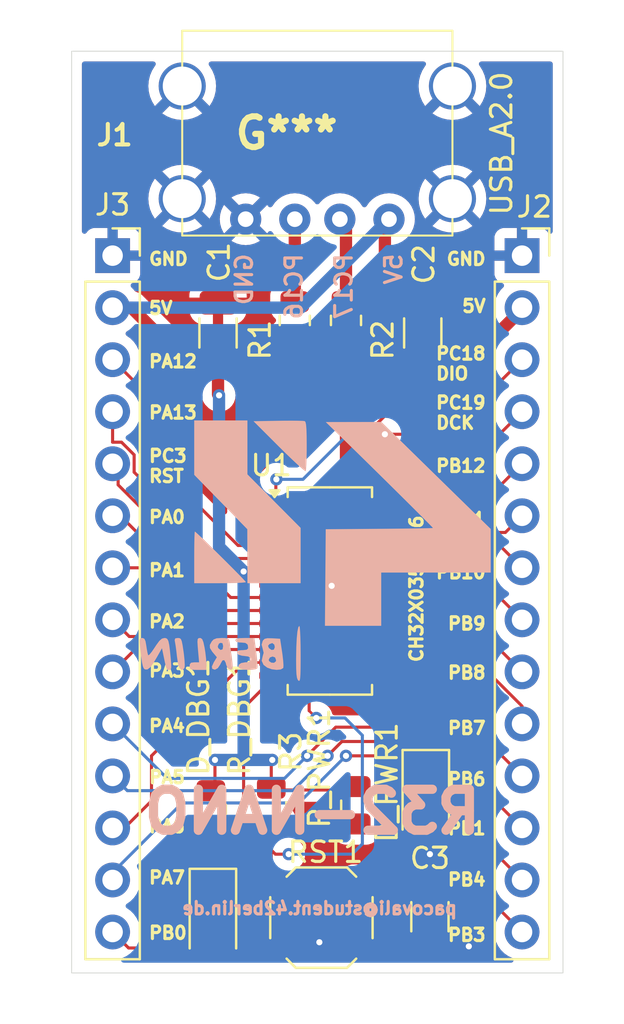
<source format=kicad_pcb>
(kicad_pcb (version 20240108) (generator "pcbnew") (generator_version "8.0")
  (layers (0 "F.Cu" signal "Front") (31 "B.Cu" signal "Back") (34 "B.Paste" user) (35 "F.Paste" user) (36 "B.SilkS" user "B.Silkscreen") (37 "F.SilkS" user "F.Silkscreen") (38 "B.Mask" user) (39 "F.Mask" user) (44 "Edge.Cuts" user))
  (net 0 "")
  (net 1 "+5V")
  (net 2 "GND")
  (net 3 "Net-(J3-Pin_5)")
  (net 4 "Net-(D_DBG1-K)")
  (net 5 "Net-(D_DBG1-A)")
  (net 6 "Net-(D_PWR1-K)")
  (net 7 "Net-(J1-D+)")
  (net 8 "Net-(J1-D-)")
  (net 9 "Net-(J2-Pin_6)")
  (net 10 "Net-(J2-Pin_5)")
  (net 11 "Net-(J2-Pin_9)")
  (net 12 "Net-(J2-Pin_7)")
  (net 13 "Net-(J2-Pin_12)")
  (net 14 "Net-(J2-Pin_14)")
  (net 15 "Net-(J2-Pin_10)")
  (net 16 "Net-(J2-Pin_11)")
  (net 17 "Net-(J2-Pin_3)")
  (net 18 "Net-(J2-Pin_13)")
  (net 19 "Net-(J2-Pin_8)")
  (net 20 "Net-(J2-Pin_4)")
  (net 21 "Net-(J3-Pin_3)")
  (net 22 "Net-(J3-Pin_11)")
  (net 23 "Net-(J3-Pin_6)")
  (net 24 "Net-(J3-Pin_8)")
  (net 25 "Net-(J3-Pin_12)")
  (net 26 "Net-(J3-Pin_7)")
  (net 27 "Net-(J3-Pin_13)")
  (net 28 "Net-(J3-Pin_10)")
  (net 29 "Net-(J3-Pin_9)")
  (net 30 "Net-(J3-Pin_4)")
  (net 31 "Net-(U1-PC17{slash}UDP{slash}RTS1{slash}TX4_{slash}I2C_{slash}RX4_{slash}T1ET{slash}PC10)")
  (net 32 "Net-(U1-PC16{slash}UDM{slash}T1C4{slash}TX4_{slash}I2C_{slash}RX4_{slash}CTS1{slash}PC11)")
  (footprint "Diode_SMD:D_1206_3216Metric" (layer "F.Cu") (at 72.9 97.2 -90)
    (property "Reference" "D_DBG1" (at -9.7 0.7 90) (layer "F.SilkS"))
    (property "Value" "LED")
    (fp_line (start -2.285 1.135) (end 1.6 1.135) (stroke (width 0.12)) (layer "F.SilkS"))
    (fp_line (start -2.285 -1.135) (end -2.285 1.135) (stroke (width 0.12)) (layer "F.SilkS"))
    (fp_line (start 1.6 -1.135) (end -2.285 -1.135) (stroke (width 0.12)) (layer "F.SilkS"))
    (pad "1" smd roundrect (at -1.4 0 270) (size 1.25 1.75) (layers "F.Cu" "F.Paste" "F.Mask") (roundrect_rratio 0.2) (net 4 "Net-(D_DBG1-K)"))
    (pad "2" smd roundrect (at 1.4 0 270) (size 1.25 1.75) (layers "F.Cu" "F.Paste" "F.Mask") (roundrect_rratio 0.2) (net 5 "Net-(D_DBG1-A)"))
  )
  (footprint "Graphics_logos:42_logo_neg" (layer "F.Cu") (at 77.8 78.2)
    (property "Reference" "G***" (at -1.3 -19.2 0) (layer "F.SilkS") (effects (font (size 1.5 1.5) (thickness 0.3))))
    (property "Value" "LOGO" (hide yes))
    (fp_poly (pts (xy -5.813381 -3.846201) (xy -5.813381 -2.51804) (xy -4.517065 -1.191084) (xy -3.220749 0.135872) (xy -3.217357 1.454146) (xy -3.213966 2.772421) (xy -1.914258 2.772421) (xy -0.61455 2.772421) (xy -0.61455 1.421695) (xy -0.61455 0.070969) (xy -1.914258 -1.236036) (xy -3.213966 -2.543041) (xy -3.213966 -3.858702) (xy -3.213966 -5.174362) (xy -4.513673 -5.174362) (xy -5.813381 -5.174362)) (fill solid) (layer "B.SilkS"))
    (fp_poly (pts (xy -6.740291 5.4647) (xy -6.768528 5.550875) (xy -6.751436 5.650345) (xy -6.720244 5.832955) (xy -6.684735 6.099544) (xy -6.658338 6.337334) (xy -6.606763 6.689731) (xy -6.533833 6.90659) (xy -6.434814 6.999976) (xy -6.396108 7.005755) (xy -6.314605 6.946399) (xy -6.283797 6.888994) (xy -6.273857 6.766267) (xy -6.285447 6.537705) (xy -6.315944 6.244033) (xy -6.334032 6.109169) (xy -6.38152 5.794803) (xy -6.422004 5.599543) (xy -6.467343 5.495162) (xy -6.529399 5.453432) (xy -6.612633 5.446105)) (fill solid) (layer "B.SilkS"))
    (fp_poly (pts (xy -5.607115 5.45656) (xy -5.64529 5.507808) (xy -5.655959 5.629679) (xy -5.643682 5.851999) (xy -5.627708 6.040257) (xy -5.575114 6.63441) (xy -5.805651 6.63441) (xy -5.968421 6.65284) (xy -6.02959 6.732213) (xy -6.036188 6.820082) (xy -6.025584 6.926421) (xy -5.969542 6.98179) (xy -5.831711 7.002713) (xy -5.627708 7.005755) (xy -5.219229 7.005755) (xy -5.219229 6.698674) (xy -5.233386 6.454549) (xy -5.269944 6.144607) (xy -5.306335 5.91885) (xy -5.362649 5.65583) (xy -5.419142 5.510323) (xy -5.490593 5.452023) (xy -5.536872 5.446105)) (fill solid) (layer "B.SilkS"))
    (fp_poly (pts (xy -1.445461 -5.161324) (xy -1.713831 -5.15771) (xy -2.918813 -5.137228) (xy -1.670351 -3.890527) (xy -1.318593 -3.543457) (xy -1.000835 -3.237916) (xy -0.732115 -2.987714) (xy -0.52747 -2.806662) (xy -0.401939 -2.708572) (xy -0.369682 -2.696034) (xy -0.351902 -2.784595) (xy -0.336722 -2.99523) (xy -0.325263 -3.301479) (xy -0.31865 -3.676886) (xy -0.317474 -3.926498) (xy -0.320569 -4.399626) (xy -0.33073 -4.741065) (xy -0.349277 -4.967555) (xy -0.377528 -5.095833) (xy -0.413162 -5.141474) (xy -0.516882 -5.15268) (xy -0.741742 -5.159951) (xy -1.060387 -5.162946)) (fill solid) (layer "B.SilkS"))
    (fp_poly (pts (xy -5.793421 0.317524) (xy -5.801826 0.512193) (xy -5.80832 0.807168) (xy -5.812335 1.178333) (xy -5.813381 1.509848) (xy -5.813381 2.772421) (xy -4.550808 2.772421) (xy -4.136481 2.769401) (xy -3.779274 2.761031) (xy -3.503303 2.748348) (xy -3.332682 2.732389) (xy -3.288235 2.718133) (xy -3.338601 2.655441) (xy -3.477687 2.507297) (xy -3.687471 2.291546) (xy -3.94993 2.026032) (xy -4.247044 1.728599) (xy -4.56079 1.41709) (xy -4.873148 1.109352) (xy -5.166095 0.823226) (xy -5.42161 0.576558) (xy -5.621671 0.387191) (xy -5.748257 0.27297) (xy -5.783671 0.247275)) (fill solid) (layer "B.SilkS"))
    (fp_poly (pts (xy -0.729576 4.923884) (xy -0.77219 5.130676) (xy -0.805047 5.458826) (xy -0.826874 5.894832) (xy -0.8364 6.425191) (xy -0.836712 6.532479) (xy -0.833069 6.935911) (xy -0.819678 7.214944) (xy -0.793868 7.393549) (xy -0.752963 7.495695) (xy -0.725954 7.525638) (xy -0.686739 7.543773) (xy -0.65784 7.511899) (xy -0.637732 7.412339) (xy -0.624889 7.227418) (xy -0.617786 6.93946) (xy -0.614897 6.530791) (xy -0.61455 6.235024) (xy -0.617805 5.800241) (xy -0.62686 5.421505) (xy -0.640651 5.121854) (xy -0.658111 4.924329) (xy -0.678177 4.851968) (xy -0.678474 4.851953)) (fill solid) (layer "B.SilkS"))
    (fp_poly (pts (xy -3.606979 5.45399) (xy -3.752561 5.482074) (xy -3.805913 5.537003) (xy -3.808118 5.557509) (xy -3.757565 5.636032) (xy -3.591231 5.667415) (xy -3.519704 5.668912) (xy -3.316004 5.687813) (xy -3.216488 5.75658) (xy -3.193571 5.81315) (xy -3.179789 5.949982) (xy -3.250473 6.018342) (xy -3.433845 6.039723) (xy -3.491731 6.040257) (xy -3.664034 6.056142) (xy -3.72302 6.116322) (xy -3.720086 6.170228) (xy -3.653468 6.263589) (xy -3.479961 6.313086) (xy -3.38043 6.323037) (xy -3.176058 6.351201) (xy -3.083469 6.409067) (xy -3.065428 6.490142) (xy -3.095925 6.58962) (xy -3.213058 6.629861) (xy -3.3277 6.63441) (xy -3.522799 6.669469) (xy -3.638096 6.755172) (xy -3.649536 6.862306) (xy -3.577566 6.937844) (xy -3.437077 6.981126) (xy -3.226437 7.001192) (xy -3.001151 6.998467) (xy -2.816727 6.973375) (xy -2.731148 6.931374) (xy -2.720637 6.829522) (xy -2.730215 6.61715) (xy -2.757614 6.330584) (xy -2.779853 6.151549) (xy -2.874528 5.446105) (xy -3.341323 5.446105)) (fill solid) (layer "B.SilkS"))
    (fp_poly (pts (xy 1.970663 -5.098249) (xy 0.610888 -5.096404) (xy 1.687789 -4.045813) (xy 2.109469 -3.633656) (xy 2.557689 -3.194173) (xy 3.020391 -2.739313) (xy 3.485518 -2.281021) (xy 3.94101 -1.831245) (xy 4.374811 -1.401933) (xy 4.774862 -1.005032) (xy 5.129106 -0.652489) (xy 5.425485 -0.356252) (xy 5.65194 -0.128267) (xy 5.796415 0.019517) (xy 5.846853 0.075121) (xy 5.775376 0.080688) (xy 5.572111 0.086825) (xy 5.253804 0.093267) (xy 4.837202 0.099752) (xy 4.339053 0.106016) (xy 3.776102 0.111794) (xy 3.228871 0.116354) (xy 0.610888 0.135872) (xy 0.591278 2.493912) (xy 0.571667 4.851953) (xy 1.946687 4.851953) (xy 3.321707 4.851953) (xy 3.321707 3.552246) (xy 3.321707 2.252538) (xy 5.995391 2.252538) (xy 8.669075 2.252538) (xy 8.669075 1.187205) (xy 8.669075 0.121872) (xy 7.387935 -1.128833) (xy 6.942385 -1.564031) (xy 6.428432 -2.066423) (xy 5.883715 -2.599192) (xy 5.345877 -3.12552) (xy 4.852555 -3.60859) (xy 4.718617 -3.739816) (xy 3.330439 -5.100093)) (fill solid) (layer "B.SilkS"))
    (fp_poly (pts (xy -4.71925 5.461208) (xy -4.867314 5.518231) (xy -4.955076 5.611169) (xy -5.050927 5.785878) (xy -5.04689 5.935172) (xy -4.936689 6.112299) (xy -4.889185 6.170299) (xy -4.707679 6.386007) (xy -4.856989 6.631527) (xy -4.951331 6.838389) (xy -4.932083 6.951263) (xy -4.803046 6.995653) (xy -4.661757 6.919665) (xy -4.542543 6.743966) (xy -4.527755 6.707833) (xy -4.435646 6.544935) (xy -4.346934 6.528117) (xy -4.275072 6.655264) (xy -4.253159 6.751033) (xy -4.188382 6.904694) (xy -4.084912 6.990964) (xy -3.984902 6.986471) (xy -3.941688 6.923715) (xy -3.933339 6.836608) (xy -3.943768 6.666387) (xy -3.974857 6.3957) (xy -4.028486 6.007197) (xy -4.051019 5.854585) (xy -4.40227 5.854585) (xy -4.427932 5.998624) (xy -4.518789 6.028369) (xy -4.532241 6.026119) (xy -4.639186 5.942019) (xy -4.662211 5.854585) (xy -4.605874 5.723186) (xy -4.532241 5.683051) (xy -4.433732 5.702891) (xy -4.402494 5.834284) (xy -4.40227 5.854585) (xy -4.051019 5.854585) (xy -4.075691 5.68748) (xy -4.106041 5.543351) (xy -4.16876 5.472273) (xy -4.306581 5.44846) (xy -4.475693 5.446105)) (fill solid) (layer "B.SilkS"))
    (fp_poly (pts (xy -2.374254 5.486834) (xy -2.454257 5.565396) (xy -2.47289 5.59766) (xy -2.520572 5.772779) (xy -2.471276 5.965988) (xy -2.422008 6.170423) (xy -2.469171 6.333401) (xy -2.518893 6.557514) (xy -2.42797 6.758239) (xy -2.246893 6.895166) (xy -2.025162 6.973478) (xy -1.788943 7.003228) (xy -1.587127 6.984101) (xy -1.468604 6.915783) (xy -1.46062 6.900223) (xy -1.452992 6.7827) (xy -1.467206 6.558904) (xy -1.470731 6.527933) (xy -1.814996 6.527933) (xy -1.825584 6.586518) (xy -1.915456 6.657749) (xy -2.048573 6.649316) (xy -2.153869 6.576408) (xy -2.1742 6.512013) (xy -2.114941 6.397718) (xy -1.985862 6.351069) (xy -1.86227 6.396749) (xy -1.814996 6.527933) (xy -1.470731 6.527933) (xy -1.5002 6.268997) (xy -1.518653 6.138965) (xy -1.555145 5.896103) (xy -1.877124 5.896103) (xy -1.925543 6.014864) (xy -2.038997 6.02988) (xy -2.166022 5.938708) (xy -2.206695 5.829548) (xy -2.141234 5.746642) (xy -2.001166 5.693723) (xy -1.902667 5.769389) (xy -1.877124 5.896103) (xy -1.555145 5.896103) (xy -1.617182 5.48324) (xy -2.00249 5.460951) (xy -2.238941 5.456459)) (fill solid) (layer "B.SilkS"))
    (fp_poly (pts (xy -8.432772 5.457881) (xy -8.471571 5.515568) (xy -8.476509 5.652707) (xy -8.454909 5.902835) (xy -8.454147 5.910287) (xy -8.407748 6.332854) (xy -8.366238 6.629179) (xy -8.324792 6.821239) (xy -8.278582 6.931012) (xy -8.222783 6.980474) (xy -8.218776 6.9821) (xy -8.101388 6.98431) (xy -7.972595 6.891592) (xy -7.817821 6.689097) (xy -7.638964 6.391328) (xy -7.388112 5.946197) (xy -7.298354 6.38314) (xy -7.2353 6.683895) (xy -7.189431 6.867802) (xy -7.148435 6.963593) (xy -7.1 7) (xy -7.031814 7.005755) (xy -7.031554 7.005755) (xy -6.96906 6.988712) (xy -6.9384 6.917375) (xy -6.935447 6.761425) (xy -6.95607 6.490549) (xy -6.958215 6.467304) (xy -6.99842 6.059381) (xy -7.034891 5.77687) (xy -7.07461 5.597033) (xy -7.124559 5.497132) (xy -7.191721 5.454428) (xy -7.271779 5.446105) (xy -7.392048 5.477967) (xy -7.51871 5.589345) (xy -7.676124 5.803933) (xy -7.737406 5.898958) (xy -7.880516 6.109963) (xy -7.994572 6.24987) (xy -8.057666 6.292298) (xy -8.061238 6.28887) (xy -8.091764 6.184301) (xy -8.129176 5.984906) (xy -8.151333 5.836018) (xy -8.192251 5.603414) (xy -8.245515 5.485144) (xy -8.328747 5.447097) (xy -8.352789 5.446105)) (fill solid) (layer "B.SilkS"))
  )
  (footprint "Button_Switch_SMD:SW_SPST_5x5x1.5" (layer "F.Cu") (at 78.2 97.3 180)
    (property "Reference" "RST1" (at -0.2 3.2 0) (layer "F.SilkS"))
    (property "Value" "SW_Push")
    (fp_line (start 2.5 -1) (end 2.5 1) (stroke (width 0.12)) (layer "F.SilkS"))
    (fp_line (start 1.7 2) (end 1.25 2.45) (stroke (width 0.12)) (layer "F.SilkS"))
    (fp_line (start 1.7 -2) (end 1.25 -2.45) (stroke (width 0.12)) (layer "F.SilkS"))
    (fp_line (start -1.25 2.45) (end 1.25 2.45) (stroke (width 0.12)) (layer "F.SilkS"))
    (fp_line (start -1.25 -2.45) (end 1.25 -2.45) (stroke (width 0.12)) (layer "F.SilkS"))
    (fp_line (start -1.7 2) (end -1.25 2.45) (stroke (width 0.12)) (layer "F.SilkS"))
    (fp_line (start -1.7 -2) (end -1.25 -2.45) (stroke (width 0.12)) (layer "F.SilkS"))
    (fp_line (start -2.5 -1) (end -2.5 1) (stroke (width 0.12)) (layer "F.SilkS"))
    (pad "1" smd rect (at -2.4 -1.6 180) (size 1.7 1) (layers "F.Cu" "F.Paste" "F.Mask") (net 2 "GND"))
    (pad "1" smd rect (at 2.4 -1.6 180) (size 1.7 1) (layers "F.Cu" "F.Paste" "F.Mask") (net 2 "GND"))
    (pad "2" smd rect (at -2.4 1.6 180) (size 1.7 1) (layers "F.Cu" "F.Paste" "F.Mask") (net 3 "Net-(J3-Pin_5)"))
    (pad "2" smd rect (at 2.4 1.6 180) (size 1.7 1) (layers "F.Cu" "F.Paste" "F.Mask") (net 3 "Net-(J3-Pin_5)"))
  )
  (footprint "Connector_PinSocket_2.54mm:PinSocket_1x14_P2.54mm_Vertical" (layer "F.Cu") (at 68 64.98)
    (property "Reference" "J3" (at 0 -2.48 0) (layer "F.SilkS"))
    (property "Value" "Conn_01x14_Pin")
    (fp_line (start -1.33 1.27) (end -1.33 34.35) (stroke (width 0.12)) (layer "F.SilkS"))
    (fp_line (start -1.33 1.27) (end 1.33 1.27) (stroke (width 0.12)) (layer "F.SilkS"))
    (fp_line (start -1.33 34.35) (end 1.33 34.35) (stroke (width 0.12)) (layer "F.SilkS"))
    (fp_line (start 0 -1.33) (end 1.33 -1.33) (stroke (width 0.12)) (layer "F.SilkS"))
    (fp_line (start 1.33 -1.33) (end 1.33 0) (stroke (width 0.12)) (layer "F.SilkS"))
    (fp_line (start 1.33 1.27) (end 1.33 34.35) (stroke (width 0.12)) (layer "F.SilkS"))
    (pad "1" thru_hole rect (at 0 0) (size 1.7 1.7) (drill 1) (layers "*.Cu" "*.Mask") (net 2 "GND"))
    (pad "2" thru_hole oval (at 0 2.54) (size 1.7 1.7) (drill 1) (layers "*.Cu" "*.Mask") (net 1 "+5V"))
    (pad "3" thru_hole oval (at 0 5.08) (size 1.7 1.7) (drill 1) (layers "*.Cu" "*.Mask") (net 21 "Net-(J3-Pin_3)"))
    (pad "4" thru_hole oval (at 0 7.62) (size 1.7 1.7) (drill 1) (layers "*.Cu" "*.Mask") (net 30 "Net-(J3-Pin_4)"))
    (pad "5" thru_hole oval (at 0 10.16) (size 1.7 1.7) (drill 1) (layers "*.Cu" "*.Mask") (net 3 "Net-(J3-Pin_5)"))
    (pad "6" thru_hole oval (at 0 12.7) (size 1.7 1.7) (drill 1) (layers "*.Cu" "*.Mask") (net 23 "Net-(J3-Pin_6)"))
    (pad "7" thru_hole oval (at 0 15.24) (size 1.7 1.7) (drill 1) (layers "*.Cu" "*.Mask") (net 26 "Net-(J3-Pin_7)"))
    (pad "8" thru_hole oval (at 0 17.78) (size 1.7 1.7) (drill 1) (layers "*.Cu" "*.Mask") (net 24 "Net-(J3-Pin_8)"))
    (pad "9" thru_hole oval (at 0 20.32) (size 1.7 1.7) (drill 1) (layers "*.Cu" "*.Mask") (net 29 "Net-(J3-Pin_9)"))
    (pad "10" thru_hole oval (at 0 22.86) (size 1.7 1.7) (drill 1) (layers "*.Cu" "*.Mask") (net 28 "Net-(J3-Pin_10)"))
    (pad "11" thru_hole oval (at 0 25.4) (size 1.7 1.7) (drill 1) (layers "*.Cu" "*.Mask") (net 22 "Net-(J3-Pin_11)"))
    (pad "12" thru_hole oval (at 0 27.94) (size 1.7 1.7) (drill 1) (layers "*.Cu" "*.Mask") (net 25 "Net-(J3-Pin_12)"))
    (pad "13" thru_hole oval (at 0 30.48) (size 1.7 1.7) (drill 1) (layers "*.Cu" "*.Mask") (net 27 "Net-(J3-Pin_13)"))
    (pad "14" thru_hole oval (at 0 33.02) (size 1.7 1.7) (drill 1) (layers "*.Cu" "*.Mask") (net 5 "Net-(D_DBG1-A)"))
  )
  (footprint "Connector_PinSocket_2.54mm:PinSocket_1x14_P2.54mm_Vertical" (layer "F.Cu") (at 88 64.98)
    (property "Reference" "J2" (at 0.6 -2.38 0) (layer "F.SilkS"))
    (property "Value" "Conn_01x14_Pin")
    (fp_line (start -1.33 1.27) (end -1.33 34.35) (stroke (width 0.12)) (layer "F.SilkS"))
    (fp_line (start -1.33 1.27) (end 1.33 1.27) (stroke (width 0.12)) (layer "F.SilkS"))
    (fp_line (start -1.33 34.35) (end 1.33 34.35) (stroke (width 0.12)) (layer "F.SilkS"))
    (fp_line (start 0 -1.33) (end 1.33 -1.33) (stroke (width 0.12)) (layer "F.SilkS"))
    (fp_line (start 1.33 -1.33) (end 1.33 0) (stroke (width 0.12)) (layer "F.SilkS"))
    (fp_line (start 1.33 1.27) (end 1.33 34.35) (stroke (width 0.12)) (layer "F.SilkS"))
    (pad "1" thru_hole rect (at 0 0) (size 1.7 1.7) (drill 1) (layers "*.Cu" "*.Mask") (net 2 "GND"))
    (pad "2" thru_hole oval (at 0 2.54) (size 1.7 1.7) (drill 1) (layers "*.Cu" "*.Mask") (net 1 "+5V"))
    (pad "3" thru_hole oval (at 0 5.08) (size 1.7 1.7) (drill 1) (layers "*.Cu" "*.Mask") (net 17 "Net-(J2-Pin_3)"))
    (pad "4" thru_hole oval (at 0 7.62) (size 1.7 1.7) (drill 1) (layers "*.Cu" "*.Mask") (net 20 "Net-(J2-Pin_4)"))
    (pad "5" thru_hole oval (at 0 10.16) (size 1.7 1.7) (drill 1) (layers "*.Cu" "*.Mask") (net 10 "Net-(J2-Pin_5)"))
    (pad "6" thru_hole oval (at 0 12.7) (size 1.7 1.7) (drill 1) (layers "*.Cu" "*.Mask") (net 9 "Net-(J2-Pin_6)"))
    (pad "7" thru_hole oval (at 0 15.24) (size 1.7 1.7) (drill 1) (layers "*.Cu" "*.Mask") (net 12 "Net-(J2-Pin_7)"))
    (pad "8" thru_hole oval (at 0 17.78) (size 1.7 1.7) (drill 1) (layers "*.Cu" "*.Mask") (net 19 "Net-(J2-Pin_8)"))
    (pad "9" thru_hole oval (at 0 20.32) (size 1.7 1.7) (drill 1) (layers "*.Cu" "*.Mask") (net 11 "Net-(J2-Pin_9)"))
    (pad "10" thru_hole oval (at 0 22.86) (size 1.7 1.7) (drill 1) (layers "*.Cu" "*.Mask") (net 15 "Net-(J2-Pin_10)"))
    (pad "11" thru_hole oval (at 0 25.4) (size 1.7 1.7) (drill 1) (layers "*.Cu" "*.Mask") (net 16 "Net-(J2-Pin_11)"))
    (pad "12" thru_hole oval (at 0 27.94) (size 1.7 1.7) (drill 1) (layers "*.Cu" "*.Mask") (net 13 "Net-(J2-Pin_12)"))
    (pad "13" thru_hole oval (at 0 30.48) (size 1.7 1.7) (drill 1) (layers "*.Cu" "*.Mask") (net 18 "Net-(J2-Pin_13)"))
    (pad "14" thru_hole oval (at 0 33.02) (size 1.7 1.7) (drill 1) (layers "*.Cu" "*.Mask") (net 14 "Net-(J2-Pin_14)"))
  )
  (footprint "Diode_SMD:D_1206_3216Metric" (layer "F.Cu") (at 83.3 91.4 -90)
    (property "Reference" "D_PWR1" (at -0.7 1.9 -90) (layer "F.SilkS"))
    (property "Value" "LED")
    (fp_line (start -2.285 1.135) (end 1.6 1.135) (stroke (width 0.12)) (layer "F.SilkS"))
    (fp_line (start -2.285 -1.135) (end -2.285 1.135) (stroke (width 0.12)) (layer "F.SilkS"))
    (fp_line (start 1.6 -1.135) (end -2.285 -1.135) (stroke (width 0.12)) (layer "F.SilkS"))
    (pad "1" smd roundrect (at -1.4 0 270) (size 1.25 1.75) (layers "F.Cu" "F.Paste" "F.Mask") (roundrect_rratio 0.2) (net 6 "Net-(D_PWR1-K)"))
    (pad "2" smd roundrect (at 1.4 0 270) (size 1.25 1.75) (layers "F.Cu" "F.Paste" "F.Mask") (roundrect_rratio 0.2) (net 2 "GND"))
  )
  (footprint "Capacitor_SMD:C_1206_3216Metric" (layer "F.Cu") (at 83.15 68.755 -90)
    (property "Reference" "C2" (at -3.355 -0.05 90) (layer "F.SilkS"))
    (property "Value" "10u")
    (fp_line (start -0.711252 0.91) (end 0.711252 0.91) (stroke (width 0.12)) (layer "F.SilkS"))
    (fp_line (start -0.711252 -0.91) (end 0.711252 -0.91) (stroke (width 0.12)) (layer "F.SilkS"))
    (pad "1" smd roundrect (at -1.475 0 270) (size 1.15 1.8) (layers "F.Cu" "F.Paste" "F.Mask") (roundrect_rratio 0.217391) (net 2 "GND"))
    (pad "2" smd roundrect (at 1.475 0 270) (size 1.15 1.8) (layers "F.Cu" "F.Paste" "F.Mask") (roundrect_rratio 0.217391) (net 1 "+5V"))
  )
  (footprint "Package_SO:QSOP-28_3.9x9.9mm_P0.635mm" (layer "F.Cu") (at 78.6125 81.3525)
    (property "Reference" "U1" (at -2.8625 -6.1275 0) (layer "F.SilkS"))
    (property "Value" "CH32X035G8R6")
    (fp_line (start -2.06 -5.06) (end -2.06 -4.5875) (stroke (width 0.12)) (layer "F.SilkS"))
    (fp_line (start -2.06 5.06) (end -2.06 4.5875) (stroke (width 0.12)) (layer "F.SilkS"))
    (fp_line (start 0 -5.06) (end -2.06 -5.06) (stroke (width 0.12)) (layer "F.SilkS"))
    (fp_line (start 0 -5.06) (end 2.06 -5.06) (stroke (width 0.12)) (layer "F.SilkS"))
    (fp_line (start 0 5.06) (end -2.06 5.06) (stroke (width 0.12)) (layer "F.SilkS"))
    (fp_line (start 0 5.06) (end 2.06 5.06) (stroke (width 0.12)) (layer "F.SilkS"))
    (fp_line (start 2.06 -5.06) (end 2.06 -4.5875) (stroke (width 0.12)) (layer "F.SilkS"))
    (fp_line (start 2.06 5.06) (end 2.06 4.5875) (stroke (width 0.12)) (layer "F.SilkS"))
    (fp_poly (pts (xy -2.7 -4.5875) (xy -2.94 -4.9175) (xy -2.46 -4.9175) (xy -2.7 -4.5875)) (stroke (width 0.12)) (fill solid) (layer "F.SilkS"))
    (pad "1" smd roundrect (at -2.6375 -4.1275) (size 1.625 0.4) (layers "F.Cu" "F.Paste" "F.Mask") (net 20 "Net-(J2-Pin_4)"))
    (pad "2" smd roundrect (at -2.6375 -3.4925) (size 1.625 0.4) (layers "F.Cu" "F.Paste" "F.Mask") (net 32 "Net-(U1-PC16{slash}UDM{slash}T1C4{slash}TX4_{slash}I2C_{slash}RX4_{slash}CTS1{slash}PC11)"))
    (pad "3" smd roundrect (at -2.6375 -2.8575) (size 1.625 0.4) (layers "F.Cu" "F.Paste" "F.Mask") (net 31 "Net-(U1-PC17{slash}UDP{slash}RTS1{slash}TX4_{slash}I2C_{slash}RX4_{slash}T1ET{slash}PC10)"))
    (pad "4" smd roundrect (at -2.6375 -2.2225) (size 1.625 0.4) (layers "F.Cu" "F.Paste" "F.Mask") (net 21 "Net-(J3-Pin_3)"))
    (pad "5" smd roundrect (at -2.6375 -1.5875) (size 1.625 0.4) (layers "F.Cu" "F.Paste" "F.Mask") (net 30 "Net-(J3-Pin_4)"))
    (pad "6" smd roundrect (at -2.6375 -0.9525) (size 1.625 0.4) (layers "F.Cu" "F.Paste" "F.Mask") (net 1 "+5V"))
    (pad "7" smd roundrect (at -2.6375 -0.3175) (size 1.625 0.4) (layers "F.Cu" "F.Paste" "F.Mask") (net 2 "GND"))
    (pad "8" smd roundrect (at -2.6375 0.3175) (size 1.625 0.4) (layers "F.Cu" "F.Paste" "F.Mask") (net 3 "Net-(J3-Pin_5)"))
    (pad "9" smd roundrect (at -2.6375 0.9525) (size 1.625 0.4) (layers "F.Cu" "F.Paste" "F.Mask") (net 23 "Net-(J3-Pin_6)"))
    (pad "10" smd roundrect (at -2.6375 1.5875) (size 1.625 0.4) (layers "F.Cu" "F.Paste" "F.Mask") (net 26 "Net-(J3-Pin_7)"))
    (pad "11" smd roundrect (at -2.6375 2.2225) (size 1.625 0.4) (layers "F.Cu" "F.Paste" "F.Mask") (net 24 "Net-(J3-Pin_8)"))
    (pad "12" smd roundrect (at -2.6375 2.8575) (size 1.625 0.4) (layers "F.Cu" "F.Paste" "F.Mask") (net 29 "Net-(J3-Pin_9)"))
    (pad "13" smd roundrect (at -2.6375 3.4925) (size 1.625 0.4) (layers "F.Cu" "F.Paste" "F.Mask") (net 25 "Net-(J3-Pin_12)"))
    (pad "14" smd roundrect (at -2.6375 4.1275) (size 1.625 0.4) (layers "F.Cu" "F.Paste" "F.Mask") (net 5 "Net-(D_DBG1-A)"))
    (pad "15" smd roundrect (at 2.6375 4.1275) (size 1.625 0.4) (layers "F.Cu" "F.Paste" "F.Mask") (net 28 "Net-(J3-Pin_10)"))
    (pad "16" smd roundrect (at 2.6375 3.4925) (size 1.625 0.4) (layers "F.Cu" "F.Paste" "F.Mask") (net 22 "Net-(J3-Pin_11)"))
    (pad "17" smd roundrect (at 2.6375 2.8575) (size 1.625 0.4) (layers "F.Cu" "F.Paste" "F.Mask") (net 27 "Net-(J3-Pin_13)"))
    (pad "18" smd roundrect (at 2.6375 2.2225) (size 1.625 0.4) (layers "F.Cu" "F.Paste" "F.Mask") (net 14 "Net-(J2-Pin_14)"))
    (pad "19" smd roundrect (at 2.6375 1.5875) (size 1.625 0.4) (layers "F.Cu" "F.Paste" "F.Mask") (net 18 "Net-(J2-Pin_13)"))
    (pad "20" smd roundrect (at 2.6375 0.9525) (size 1.625 0.4) (layers "F.Cu" "F.Paste" "F.Mask") (net 13 "Net-(J2-Pin_12)"))
    (pad "21" smd roundrect (at 2.6375 0.3175) (size 1.625 0.4) (layers "F.Cu" "F.Paste" "F.Mask") (net 16 "Net-(J2-Pin_11)"))
    (pad "22" smd roundrect (at 2.6375 -0.3175) (size 1.625 0.4) (layers "F.Cu" "F.Paste" "F.Mask") (net 15 "Net-(J2-Pin_10)"))
    (pad "23" smd roundrect (at 2.6375 -0.9525) (size 1.625 0.4) (layers "F.Cu" "F.Paste" "F.Mask") (net 11 "Net-(J2-Pin_9)"))
    (pad "24" smd roundrect (at 2.6375 -1.5875) (size 1.625 0.4) (layers "F.Cu" "F.Paste" "F.Mask") (net 19 "Net-(J2-Pin_8)"))
    (pad "25" smd roundrect (at 2.6375 -2.2225) (size 1.625 0.4) (layers "F.Cu" "F.Paste" "F.Mask") (net 12 "Net-(J2-Pin_7)"))
    (pad "26" smd roundrect (at 2.6375 -2.8575) (size 1.625 0.4) (layers "F.Cu" "F.Paste" "F.Mask") (net 9 "Net-(J2-Pin_6)"))
    (pad "27" smd roundrect (at 2.6375 -3.4925) (size 1.625 0.4) (layers "F.Cu" "F.Paste" "F.Mask") (net 10 "Net-(J2-Pin_5)"))
    (pad "28" smd roundrect (at 2.6375 -4.1275) (size 1.625 0.4) (layers "F.Cu" "F.Paste" "F.Mask") (net 17 "Net-(J2-Pin_3)"))
  )
  (footprint "Resistor_SMD:R_0805_2012Metric" (layer "F.Cu") (at 75.75 91.8925 -90)
    (property "Reference" "R3" (at -2.6925 -0.95 90) (layer "F.SilkS"))
    (property "Value" "5.1K")
    (fp_line (start -0.227064 0.735) (end 0.227064 0.735) (stroke (width 0.12)) (layer "F.SilkS"))
    (fp_line (start -0.227064 -0.735) (end 0.227064 -0.735) (stroke (width 0.12)) (layer "F.SilkS"))
    (pad "1" smd roundrect (at -0.9125 0 270) (size 1.025 1.4) (layers "F.Cu" "F.Paste" "F.Mask") (roundrect_rratio 0.243902) (net 1 "+5V"))
    (pad "2" smd roundrect (at 0.9125 0 270) (size 1.025 1.4) (layers "F.Cu" "F.Paste" "F.Mask") (roundrect_rratio 0.243902) (net 3 "Net-(J3-Pin_5)"))
  )
  (footprint "Capacitor_SMD:C_1206_3216Metric" (layer "F.Cu") (at 73.15 68.755 90)
    (property "Reference" "C1" (at 3.455 0.05 90) (layer "F.SilkS"))
    (property "Value" "100n")
    (fp_line (start -0.711252 -0.91) (end 0.711252 -0.91) (stroke (width 0.12)) (layer "F.SilkS"))
    (fp_line (start -0.711252 0.91) (end 0.711252 0.91) (stroke (width 0.12)) (layer "F.SilkS"))
    (pad "1" smd roundrect (at -1.475 0 90) (size 1.15 1.8) (layers "F.Cu" "F.Paste" "F.Mask") (roundrect_rratio 0.217391) (net 1 "+5V"))
    (pad "2" smd roundrect (at 1.475 0 90) (size 1.15 1.8) (layers "F.Cu" "F.Paste" "F.Mask") (roundrect_rratio 0.217391) (net 2 "GND"))
  )
  (footprint "Resistor_SMD:R_0805_2012Metric" (layer "F.Cu") (at 79.9 91.8125 -90)
    (property "Reference" "R_PWR1" (at -1.8125 1.8 90) (layer "F.SilkS"))
    (property "Value" "330R")
    (fp_line (start -0.227064 0.735) (end 0.227064 0.735) (stroke (width 0.12)) (layer "F.SilkS"))
    (fp_line (start -0.227064 -0.735) (end 0.227064 -0.735) (stroke (width 0.12)) (layer "F.SilkS"))
    (pad "1" smd roundrect (at -0.9125 0 270) (size 1.025 1.4) (layers "F.Cu" "F.Paste" "F.Mask") (roundrect_rratio 0.243902) (net 1 "+5V"))
    (pad "2" smd roundrect (at 0.9125 0 270) (size 1.025 1.4) (layers "F.Cu" "F.Paste" "F.Mask") (roundrect_rratio 0.243902) (net 6 "Net-(D_PWR1-K)"))
  )
  (footprint "Resistor_SMD:R_0805_2012Metric" (layer "F.Cu") (at 79.4 68.1425 90)
    (property "Reference" "R1" (at -0.9575 -4.2 90) (layer "F.SilkS"))
    (property "Value" "22R")
    (fp_line (start -0.227064 -0.735) (end 0.227064 -0.735) (stroke (width 0.12)) (layer "F.SilkS"))
    (fp_line (start -0.227064 0.735) (end 0.227064 0.735) (stroke (width 0.12)) (layer "F.SilkS"))
    (pad "1" smd roundrect (at -0.9125 0 90) (size 1.025 1.4) (layers "F.Cu" "F.Paste" "F.Mask") (roundrect_rratio 0.243902) (net 32 "Net-(U1-PC16{slash}UDM{slash}T1C4{slash}TX4_{slash}I2C_{slash}RX4_{slash}CTS1{slash}PC11)"))
    (pad "2" smd roundrect (at 0.9125 0 90) (size 1.025 1.4) (layers "F.Cu" "F.Paste" "F.Mask") (roundrect_rratio 0.243902) (net 8 "Net-(J1-D-)"))
  )
  (footprint "Capacitor_SMD:C_1206_3216Metric" (layer "F.Cu") (at 83.5 97.255 -90)
    (property "Reference" "C3" (at -2.855 0 180) (layer "F.SilkS"))
    (property "Value" "100n")
    (fp_line (start -0.711252 0.91) (end 0.711252 0.91) (stroke (width 0.12)) (layer "F.SilkS"))
    (fp_line (start -0.711252 -0.91) (end 0.711252 -0.91) (stroke (width 0.12)) (layer "F.SilkS"))
    (pad "1" smd roundrect (at -1.475 0 270) (size 1.15 1.8) (layers "F.Cu" "F.Paste" "F.Mask") (roundrect_rratio 0.217391) (net 3 "Net-(J3-Pin_5)"))
    (pad "2" smd roundrect (at 1.475 0 270) (size 1.15 1.8) (layers "F.Cu" "F.Paste" "F.Mask") (roundrect_rratio 0.217391) (net 2 "GND"))
  )
  (footprint "Resistor_SMD:R_0805_2012Metric" (layer "F.Cu") (at 76.9 68.1425 -90)
    (property "Reference" "R2" (at 0.9575 -4.3 90) (layer "F.SilkS"))
    (property "Value" "22R")
    (fp_line (start -0.227064 0.735) (end 0.227064 0.735) (stroke (width 0.12)) (layer "F.SilkS"))
    (fp_line (start -0.227064 -0.735) (end 0.227064 -0.735) (stroke (width 0.12)) (layer "F.SilkS"))
    (pad "1" smd roundrect (at -0.9125 0 270) (size 1.025 1.4) (layers "F.Cu" "F.Paste" "F.Mask") (roundrect_rratio 0.243902) (net 7 "Net-(J1-D+)"))
    (pad "2" smd roundrect (at 0.9125 0 270) (size 1.025 1.4) (layers "F.Cu" "F.Paste" "F.Mask") (roundrect_rratio 0.243902) (net 31 "Net-(U1-PC17{slash}UDP{slash}RTS1{slash}TX4_{slash}I2C_{slash}RX4_{slash}T1ET{slash}PC10)"))
  )
  (footprint "Connector_USB:USB2_A_Female_Short_14.6x10" (layer "F.Cu") (at 78 59 180)
    (property "Reference" "J1" (at 9.9 -0.1 0) (layer "F.SilkS") (effects (font (thickness 0.2) (bold yes))))
    (property "Value" "USB_A")
    (fp_line (start 6.6 5) (end -6.6 5) (stroke (width 0.1)) (layer "F.SilkS"))
    (fp_line (start 6.6 -5) (end 6.6 5) (stroke (width 0.1)) (layer "F.SilkS"))
    (fp_line (start -6.6 5) (end -6.6 -5) (stroke (width 0.1)) (layer "F.SilkS"))
    (fp_line (start -6.6 -5) (end 6.6 -5) (stroke (width 0.1)) (layer "F.SilkS"))
    (pad "1" thru_hole circle (at -3.5 -4.2 180) (size 1.524 1.524) (drill 0.762) (layers "*.Cu" "*.Mask") (net 1 "+5V"))
    (pad "2" thru_hole circle (at -1.1 -4.2 180) (size 1.524 1.524) (drill 0.762) (layers "*.Cu" "*.Mask") (net 8 "Net-(J1-D-)"))
    (pad "3" thru_hole circle (at 1.1 -4.2 180) (size 1.524 1.524) (drill 0.762) (layers "*.Cu" "*.Mask") (net 7 "Net-(J1-D+)"))
    (pad "4" thru_hole circle (at 3.5 -4.2 180) (size 1.524 1.524) (drill 0.762) (layers "*.Cu" "*.Mask") (net 2 "GND"))
    (pad "5" thru_hole circle (at -6.6 -3.2 180) (size 2.3 2.3) (drill 1.9) (layers "*.Cu" "*.Mask") (net 2 "GND"))
    (pad "5" thru_hole circle (at -6.6 2.3 180) (size 2.3 2.3) (drill 1.9) (layers "*.Cu" "*.Mask") (net 2 "GND"))
    (pad "5" thru_hole circle (at 6.6 -3.2 180) (size 2.3 2.3) (drill 1.9) (layers "*.Cu" "*.Mask") (net 2 "GND"))
    (pad "5" thru_hole circle (at 6.6 2.3 180) (size 2.3 2.3) (drill 1.9) (layers "*.Cu" "*.Mask") (net 2 "GND"))
  )
  (footprint "Resistor_SMD:R_0805_2012Metric" (layer "F.Cu") (at 72.8 92.0125 -90)
    (property "Reference" "R_DBG1" (at -4.5125 -1.4 90) (layer "F.SilkS"))
    (property "Value" "330R")
    (fp_line (start -0.227064 0.735) (end 0.227064 0.735) (stroke (width 0.12)) (layer "F.SilkS"))
    (fp_line (start -0.227064 -0.735) (end 0.227064 -0.735) (stroke (width 0.12)) (layer "F.SilkS"))
    (pad "1" smd roundrect (at -0.9125 0 270) (size 1.025 1.4) (layers "F.Cu" "F.Paste" "F.Mask") (roundrect_rratio 0.243902) (net 1 "+5V"))
    (pad "2" smd roundrect (at 0.9125 0 270) (size 1.025 1.4) (layers "F.Cu" "F.Paste" "F.Mask") (roundrect_rratio 0.243902) (net 4 "Net-(D_DBG1-K)"))
  )
  (gr_rect (start 66 55) (end 90 100) (stroke (width 0.0381)) (fill none) (layer "Edge.Cuts"))
  (gr_text "PC17" (at 79.766666 64.8 90) (layer "B.SilkS") (effects (font (size 0.8128 0.8128) (thickness 0.1524) (bold yes)) (justify left bottom mirror)))
  (gr_text "pacovali@student.42berlin.de" (at 84.9 97.2 0) (layer "B.SilkS") (effects (font (size 0.6096 0.6096) (thickness 0.1524) (bold yes)) (justify left bottom mirror)))
  (gr_text "PC16" (at 77.333333 64.8 90) (layer "B.SilkS") (effects (font (size 0.8128 0.8128) (thickness 0.1524) (bold yes)) (justify left bottom mirror)))
  (gr_text "5V" (at 82.2 64.8 90) (layer "B.SilkS") (effects (font (size 0.8128 0.8128) (thickness 0.1524) (bold yes)) (justify left bottom mirror)))
  (gr_text "R32-NANO" (at 86.2 93.3 0) (layer "B.SilkS") (effects (font (size 2 2) (thickness 0.45) (bold yes)) (justify left bottom mirror)))
  (gr_text "GND" (at 74.9 64.8 90) (layer "B.SilkS") (effects (font (size 0.8128 0.8128) (thickness 0.1524) (bold yes)) (justify left bottom mirror)))
  (gr_text "GND" (at 84.241942 65.5 0) (layer "F.SilkS") (effects (font (size 0.6096 0.6096) (thickness 0.1524) (bold yes)) (justify left bottom)))
  (gr_text "PC3\nRST" (at 69.7 76.1 0) (layer "F.SilkS") (effects (font (size 0.6096 0.6096) (thickness 0.1524) (bold yes)) (justify left bottom)))
  (gr_text "PA12" (at 69.7 70.5 0) (layer "F.SilkS") (effects (font (size 0.6096 0.6096) (thickness 0.1524) (bold yes)) (justify left bottom)))
  (gr_text "PB0" (at 69.7 98.4 0) (layer "F.SilkS") (effects (font (size 0.6096 0.6096) (thickness 0.1524) (bold yes)) (justify left bottom)))
  (gr_text "5V" (at 69.7 67.9 0) (layer "F.SilkS") (effects (font (size 0.6096 0.6096) (thickness 0.1524) (bold yes)) (justify left bottom)))
  (gr_text "PB10" (at 83.719429 80.8 0) (layer "F.SilkS") (effects (font (size 0.6096 0.6096) (thickness 0.1524) (bold yes)) (justify left bottom)))
  (gr_text "PA4" (at 69.7 88.3 0) (layer "F.SilkS") (effects (font (size 0.6096 0.6096) (thickness 0.1524) (bold yes)) (justify left bottom)))
  (gr_text "PB3" (at 84.3 98.5 0) (layer "F.SilkS") (effects (font (size 0.6096 0.6096) (thickness 0.1524) (bold yes)) (justify left bottom)))
  (gr_text "PA7" (at 69.7 95.7 0) (layer "F.SilkS") (effects (font (size 0.6096 0.6096) (thickness 0.1524) (bold yes)) (justify left bottom)))
  (gr_text "5V" (at 84.996686 67.8 0) (layer "F.SilkS") (effects (font (size 0.6096 0.6096) (thickness 0.1524) (bold yes)) (justify left bottom)))
  (gr_text "PA5" (at 69.7 90.8 0) (layer "F.SilkS") (effects (font (size 0.6096 0.6096) (thickness 0.1524) (bold yes)) (justify left bottom)))
  (gr_text "PA13" (at 69.7 73 0) (layer "F.SilkS") (effects (font (size 0.6096 0.6096) (thickness 0.1524) (bold yes)) (justify left bottom)))
  (gr_text "PC19\nDCK" (at 83.719429 73.5 0) (layer "F.SilkS") (effects (font (size 0.6096 0.6096) (thickness 0.1524) (bold yes)) (justify left bottom)))
  (gr_text "PC18\nDIO" (at 83.719429 71.1 0) (layer "F.SilkS") (effects (font (size 0.6096 0.6096) (thickness 0.1524) (bold yes)) (justify left bottom)))
  (gr_text "PB12" (at 83.719429 75.6 0) (layer "F.SilkS") (effects (font (size 0.6096 0.6096) (thickness 0.1524) (bold yes)) (justify left bottom)))
  (gr_text "PB8" (at 84.3 85.7 0) (layer "F.SilkS") (effects (font (size 0.6096 0.6096) (thickness 0.1524) (bold yes)) (justify left bottom)))
  (gr_text "PA6" (at 69.7 93.2 0) (layer "F.SilkS") (effects (font (size 0.6096 0.6096) (thickness 0.1524) (bold yes)) (justify left bottom)))
  (gr_text "PA2" (at 69.7 83.2 0) (layer "F.SilkS") (effects (font (size 0.6096 0.6096) (thickness 0.1524) (bold yes)) (justify left bottom)))
  (gr_text "PB4" (at 84.3 95.8 0) (layer "F.SilkS") (effects (font (size 0.6096 0.6096) (thickness 0.1524) (bold yes)) (justify left bottom)))
  (gr_text "USB_A2.0" (at 87 59.5 90) (layer "F.SilkS") (effects (font (size 1 1))))
  (gr_text "PB11" (at 83.719429 78.2 0) (layer "F.SilkS") (effects (font (size 0.6096 0.6096) (thickness 0.1524) (bold yes)) (justify left bottom)))
  (gr_text "PA1" (at 69.7 80.7 0) (layer "F.SilkS") (effects (font (size 0.6096 0.6096) (thickness 0.1524) (bold yes)) (justify left bottom)))
  (gr_text "PB7" (at 84.3 88.4 0) (layer "F.SilkS") (effects (font (size 0.6096 0.6096) (thickness 0.1524) (bold yes)) (justify left bottom)))
  (gr_text "PA3" (at 69.7 85.6 0) (layer "F.SilkS") (effects (font (size 0.6096 0.6096) (thickness 0.1524) (bold yes)) (justify left bottom)))
  (gr_text "PB6" (at 84.3 90.9 0) (layer "F.SilkS") (effects (font (size 0.6096 0.6096) (thickness 0.1524) (bold yes)) (justify left bottom)))
  (gr_text "PA0" (at 69.7 78.1 0) (layer "F.SilkS") (effects (font (size 0.6096 0.6096) (thickness 0.1524) (bold yes)) (justify left bottom)))
  (gr_text "PB1" (at 84.3 93.3 0) (layer "F.SilkS") (effects (font (size 0.6096 0.6096) (thickness 0.1524) (bold yes)) (justify left bottom)))
  (gr_text "GND" (at 69.7 65.5 0) (layer "F.SilkS") (effects (font (size 0.6096 0.6096) (thickness 0.1524) (bold yes)) (justify left bottom)))
  (gr_text "PB9" (at 84.3 83.3 0) (layer "F.SilkS") (effects (font (size 0.6096 0.6096) (thickness 0.1524) (bold yes)) (justify left bottom)))
  (gr_text "CH32X035G8R6" (at 83.2 84.9 90) (layer "F.SilkS") (effects (font (size 0.6096 0.6096) (thickness 0.1524) (bold yes)) (justify left bottom)))
  (segment (start 75.75 90.98) (end 75.75 89.65) (width 0.15) (layer "F.Cu") (net 1))
  (segment (start 73 90.98) (end 73 89.6) (width 0.15) (layer "F.Cu") (net 1))
  (segment (start 85.37 70.23) (end 83.15 70.23) (width 0.6) (layer "F.Cu") (net 1))
  (segment (start 75.8375 91.0675) (end 75.75 90.98) (width 0.127) (layer "F.Cu") (net 1))
  (segment (start 79.5 91.0675) (end 75.8375 91.0675) (width 0.15) (layer "F.Cu") (net 1))
  (segment (start 73.2 71.8) (end 73.15 71.75) (width 0.127) (layer "F.Cu") (net 1))
  (segment (start 81.5 63.2) (end 81.3 63.4) (width 0.6) (layer "F.Cu") (net 1))
  (segment (start 68.92 67.52) (end 71.63 70.23) (width 0.6) (layer "F.Cu") (net 1))
  (segment (start 81.3 69.3) (end 82.23 70.23) (width 0.6) (layer "F.Cu") (net 1))
  (segment (start 88 67.6) (end 85.37 70.23) (width 0.6) (layer "F.Cu") (net 1))
  (segment (start 71.63 70.23) (end 73.15 70.23) (width 0.6) (layer "F.Cu") (net 1))
  (segment (start 73.15 71.75) (end 73.15 70.23) (width 0.6) (layer "F.Cu") (net 1))
  (segment (start 68 67.52) (end 68.92 67.52) (width 0.6) (layer "F.Cu") (net 1))
  (segment (start 82.23 70.23) (end 83.15 70.23) (width 0.6) (layer "F.Cu") (net 1))
  (segment (start 75.75 89.65) (end 75.8 89.6) (width 0.127) (layer "F.Cu") (net 1))
  (segment (start 81.3 63.4) (end 81.3 69.3) (width 0.6) (layer "F.Cu") (net 1))
  (segment (start 74.4 80.4) (end 75.975 80.4) (width 0.15) (layer "F.Cu") (net 1))
  (segment (start 88 67.52) (end 88 67.6) (width 0.127) (layer "F.Cu") (net 1))
  (via (at 74.4 80.4) (size 0.6) (drill 0.3) (layers "F.Cu" "B.Cu") (net 1))
  (via (at 73.2 71.8) (size 0.6) (drill 0.3) (layers "F.Cu" "B.Cu") (net 1))
  (via (at 75.8 89.6) (size 0.6) (drill 0.3) (layers "F.Cu" "B.Cu") (net 1))
  (via (at 73 89.6) (size 0.6) (drill 0.3) (layers "F.Cu" "B.Cu") (net 1))
  (segment (start 74.4 80.4) (end 74.4 89.4) (width 0.6) (layer "B.Cu") (net 1))
  (segment (start 73.2 71.8) (end 73.2 79.2) (width 0.6) (layer "B.Cu") (net 1))
  (segment (start 74.2 89.6) (end 75.8 89.6) (width 0.6) (layer "B.Cu") (net 1))
  (segment (start 77.18 67.52) (end 68 67.52) (width 0.6) (layer "B.Cu") (net 1))
  (segment (start 73.2 79.2) (end 74.4 80.4) (width 0.6) (layer "B.Cu") (net 1))
  (segment (start 74.4 89.4) (end 74.2 89.6) (width 0.127) (layer "B.Cu") (net 1))
  (segment (start 81.5 63.2) (end 77.18 67.52) (width 0.6) (layer "B.Cu") (net 1))
  (segment (start 73 89.6) (end 74.2 89.6) (width 0.6) (layer "B.Cu") (net 1))
  (segment (start 83.5 98.73) (end 80.75 98.73) (width 0.15) (layer "F.Cu") (net 2))
  (segment (start 80.55 98.93) (end 75.75 98.93) (width 0.15) (layer "F.Cu") (net 2))
  (segment (start 80.75 98.73) (end 80.55 98.93) (width 0.127) (layer "F.Cu") (net 2))
  (segment (start 78.635 81.035) (end 75.975 81.035) (width 0.15) (layer "F.Cu") (net 2))
  (segment (start 78.7 81.1) (end 78.635 81.035) (width 0.127) (layer "F.Cu") (net 2))
  (via (at 83.5 94.2) (size 0.6) (drill 0.3) (layers "F.Cu" "B.Cu") (net 2))
  (via (at 78.7 81.1) (size 0.6) (drill 0.3) (layers "F.Cu" "B.Cu") (net 2))
  (via (at 85.4 98.7) (size 0.6) (drill 0.3) (layers "F.Cu" "B.Cu") (net 2))
  (via (at 78.1 98.5) (size 0.6) (drill 0.3) (layers "F.Cu" "B.Cu") (net 2))
  (segment (start 83.5 95.78) (end 80.6 95.78) (width 0.15) (layer "F.Cu") (net 3))
  (segment (start 75.95 94.2) (end 75.75 94) (width 0.15) (layer "F.Cu") (net 3))
  (segment (start 77.6 82.482501) (end 76.787499 81.67) (width 0.15) (layer "F.Cu") (net 3))
  (segment (start 73.77 81.67) (end 68.27 76.17) (width 0.15) (layer "F.Cu") (net 3))
  (segment (start 75.75 95.73) (end 75.75 94) (width 0.15) (layer "F.Cu") (net 3))
  (segment (start 77.6 87.2) (end 77.6 82.482501) (width 0.15) (layer "F.Cu") (net 3))
  (segment (start 68.27 75.14) (end 68 75.14) (width 0.127) (layer "F.Cu") (net 3))
  (segment (start 76.787499 81.67) (end 75.975 81.67) (width 0.127) (layer "F.Cu") (net 3))
  (segment (start 80.55 95.73) (end 75.75 95.73) (width 0.15) (layer "F.Cu") (net 3))
  (segment (start 80.6 95.78) (end 80.55 95.73) (width 0.127) (layer "F.Cu") (net 3))
  (segment (start 75.975 81.67) (end 73.77 81.67) (width 0.15) (layer "F.Cu") (net 3))
  (segment (start 76.6 94.2) (end 75.95 94.2) (width 0.15) (layer "F.Cu") (net 3))
  (segment (start 68.27 76.17) (end 68.27 75.14) (width 0.15) (layer "F.Cu") (net 3))
  (segment (start 77.95 87.55) (end 77.6 87.2) (width 0.127) (layer "F.Cu") (net 3))
  (segment (start 75.75 94) (end 75.75 92.805) (width 0.15) (layer "F.Cu") (net 3))
  (via (at 77.95 87.55) (size 0.6) (drill 0.3) (layers "F.Cu" "B.Cu") (net 3))
  (via (at 76.6 94.2) (size 0.6) (drill 0.3) (layers "F.Cu" "B.Cu") (net 3))
  (segment (start 80.2 88.4) (end 80.2 93.7) (width 0.15) (layer "B.Cu") (net 3))
  (segment (start 77.95 87.55) (end 79.35 87.55) (width 0.15) (layer "B.Cu") (net 3))
  (segment (start 79.7 94.2) (end 76.6 94.2) (width 0.15) (layer "B.Cu") (net 3))
  (segment (start 80.2 93.7) (end 79.7 94.2) (width 0.15) (layer "B.Cu") (net 3))
  (segment (start 79.35 87.55) (end 80.2 88.4) (width 0.15) (layer "B.Cu") (net 3))
  (segment (start 73 95.98) (end 73 92.805) (width 0.15) (layer "F.Cu") (net 4))
  (segment (start 74.4 97.38) (end 74.4 87.055) (width 0.15) (layer "F.Cu") (net 5))
  (segment (start 68.78 98.78) (end 68 98) (width 0.15) (layer "F.Cu") (net 5))
  (segment (start 74.4 87.055) (end 75.975 85.48) (width 0.15) (layer "F.Cu") (net 5))
  (segment (start 73 98.78) (end 68.78 98.78) (width 0.15) (layer "F.Cu") (net 5))
  (segment (start 73 98.78) (end 74.4 97.38) (width 0.15) (layer "F.Cu") (net 5))
  (segment (start 81.6 90.8) (end 82.22 90.18) (width 0.15) (layer "F.Cu") (net 6))
  (segment (start 81.6 92.1) (end 81.6 90.8) (width 0.15) (layer "F.Cu") (net 6))
  (segment (start 80.8075 92.8925) (end 81.6 92.1) (width 0.15) (layer "F.Cu") (net 6))
  (segment (start 82.22 90.18) (end 83.5 90.18) (width 0.15) (layer "F.Cu") (net 6))
  (segment (start 79.5 92.8925) (end 80.8075 92.8925) (width 0.15) (layer "F.Cu") (net 6))
  (segment (start 76.9 67.23) (end 76.9 63.2) (width 0.6) (layer "F.Cu") (net 7))
  (segment (start 79.4 63.5) (end 79.1 63.2) (width 0.127) (layer "F.Cu") (net 8))
  (segment (start 79.4 67.23) (end 79.4 63.5) (width 0.6) (layer "F.Cu") (net 8))
  (segment (start 88 77.68) (end 87.185 78.495) (width 0.15) (layer "F.Cu") (net 9))
  (segment (start 87.185 78.495) (end 81.25 78.495) (width 0.15) (layer "F.Cu") (net 9))
  (segment (start 85.28 77.86) (end 81.25 77.86) (width 0.15) (layer "F.Cu") (net 10))
  (segment (start 88 75.14) (end 85.28 77.86) (width 0.15) (layer "F.Cu") (net 10))
  (segment (start 83.1 80.4) (end 81.25 80.4) (width 0.15) (layer "F.Cu") (net 11))
  (segment (start 88 85.3) (end 83.1 80.4) (width 0.15) (layer "F.Cu") (net 11))
  (segment (start 88 80.22) (end 86.91 79.13) (width 0.15) (layer "F.Cu") (net 12))
  (segment (start 86.91 79.13) (end 81.25 79.13) (width 0.15) (layer "F.Cu") (net 12))
  (segment (start 82.105 82.305) (end 81.25 82.305) (width 0.127) (layer "F.Cu") (net 13))
  (segment (start 85.4 85.6) (end 82.105 82.305) (width 0.15) (layer "F.Cu") (net 13))
  (segment (start 88 92.92) (end 85.4 90.32) (width 0.15) (layer "F.Cu") (net 13))
  (segment (start 85.4 90.32) (end 85.4 85.6) (width 0.15) (layer "F.Cu") (net 13))
  (segment (start 84.5655 94.5655) (end 84.5655 86.0655) (width 0.15) (layer "F.Cu") (net 14))
  (segment (start 82.075 83.575) (end 81.25 83.575) (width 0.127) (layer "F.Cu") (net 14))
  (segment (start 84.5655 86.0655) (end 82.075 83.575) (width 0.15) (layer "F.Cu") (net 14))
  (segment (start 88 98) (end 84.5655 94.5655) (width 0.15) (layer "F.Cu") (net 14))
  (segment (start 88 87.84) (end 88 86.972501) (width 0.127) (layer "F.Cu") (net 15))
  (segment (start 88 86.972501) (end 82.062499 81.035) (width 0.15) (layer "F.Cu") (net 15))
  (segment (start 82.062499 81.035) (end 81.25 81.035) (width 0.127) (layer "F.Cu") (net 15))
  (segment (start 85.8 85.4) (end 82.07 81.67) (width 0.15) (layer "F.Cu") (net 16))
  (segment (start 85.8 88.18) (end 85.8 85.4) (width 0.15) (layer "F.Cu") (net 16))
  (segment (start 82.07 81.67) (end 81.25 81.67) (width 0.127) (layer "F.Cu") (net 16))
  (segment (start 88 90.38) (end 85.8 88.18) (width 0.15) (layer "F.Cu") (net 16))
  (segment (start 86.76 71.3) (end 82.8 71.3) (width 0.15) (layer "F.Cu") (net 17))
  (segment (start 86.76 71.3) (end 88 70.06) (width 0.15) (layer "F.Cu") (net 17))
  (segment (start 81.25 77.225) (end 80.4 76.375) (width 0.15) (layer "F.Cu") (net 17))
  (segment (start 82.8 71.3) (end 80.4 73.7) (width 0.15) (layer "F.Cu") (net 17))
  (segment (start 88 70.2) (end 88 70.06) (width 0.127) (layer "F.Cu") (net 17))
  (segment (start 80.4 76.375) (end 80.4 73.7) (width 0.15) (layer "F.Cu") (net 17))
  (segment (start 85 85.877501) (end 82.062499 82.94) (width 0.15) (layer "F.Cu") (net 18))
  (segment (start 82.062499 82.94) (end 81.25 82.94) (width 0.127) (layer "F.Cu") (net 18))
  (segment (start 85 92.46) (end 85 85.877501) (width 0.15) (layer "F.Cu") (net 18))
  (segment (start 88 95.46) (end 85 92.46) (width 0.15) (layer "F.Cu") (net 18))
  (segment (start 85.005 79.765) (end 81.25 79.765) (width 0.15) (layer "F.Cu") (net 19))
  (segment (start 88 82.76) (end 85.005 79.765) (width 0.15) (layer "F.Cu") (net 19))
  (segment (start 75.975 75.925) (end 75.975 77.225) (width 0.15) (layer "F.Cu") (net 20))
  (segment (start 76 75.9) (end 75.975 75.925) (width 0.127) (layer "F.Cu") (net 20))
  (segment (start 86.9 73.7) (end 88 72.6) (width 0.15) (layer "F.Cu") (net 20))
  (segment (start 81.3 73.7) (end 86.9 73.7) (width 0.15) (layer "F.Cu") (net 20))
  (via (at 81.3 73.7) (size 0.6) (drill 0.3) (layers "F.Cu" "B.Cu") (net 20))
  (via (at 76 75.9) (size 0.6) (drill 0.3) (layers "F.Cu" "B.Cu") (net 20))
  (segment (start 77.3 75.9) (end 79.5 73.7) (width 0.15) (layer "B.Cu") (net 20))
  (segment (start 76 75.9) (end 77.3 75.9) (width 0.15) (layer "B.Cu") (net 20))
  (segment (start 79.5 73.7) (end 81.3 73.7) (width 0.15) (layer "B.Cu") (net 20))
  (segment (start 74.13 79.13) (end 70.1 75.1) (width 0.15) (layer "F.Cu") (net 21))
  (segment (start 70.1 75.1) (end 70.1 72.16) (width 0.15) (layer "F.Cu") (net 21))
  (segment (start 75.975 79.13) (end 74.13 79.13) (width 0.15) (layer "F.Cu") (net 21))
  (segment (start 70.1 72.16) (end 68 70.06) (width 0.15) (layer "F.Cu") (net 21))
  (segment (start 79.2 88.7) (end 81.6 88.7) (width 0.15) (layer "F.Cu") (net 22))
  (segment (start 81.6 88.7) (end 83.2 87.1) (width 0.15) (layer "F.Cu") (net 22))
  (segment (start 83.2 85.982501) (end 82.062499 84.845) (width 0.15) (layer "F.Cu") (net 22))
  (segment (start 82.062499 84.845) (end 81.25 84.845) (width 0.127) (layer "F.Cu") (net 22))
  (segment (start 83.2 87.1) (end 83.2 85.982501) (width 0.15) (layer "F.Cu") (net 22))
  (segment (start 78.5 89.4) (end 79.2 88.7) (width 0.15) (layer "F.Cu") (net 22))
  (via (at 78.5 89.4) (size 0.6) (drill 0.3) (layers "F.Cu" "B.Cu") (net 22))
  (segment (start 76.8 91.1) (end 68.72 91.1) (width 0.15) (layer "B.Cu") (net 22))
  (segment (start 78.5 89.4) (end 76.8 91.1) (width 0.15) (layer "B.Cu") (net 22))
  (segment (start 68.72 91.1) (end 68 90.38) (width 0.15) (layer "B.Cu") (net 22))
  (segment (start 73.005 82.305) (end 68.38 77.68) (width 0.15) (layer "F.Cu") (net 23))
  (segment (start 68.38 77.68) (end 68 77.68) (width 0.15) (layer "F.Cu") (net 23))
  (segment (start 75.975 82.305) (end 73.005 82.305) (width 0.15) (layer "F.Cu") (net 23))
  (segment (start 68.815 83.575) (end 68 82.76) (width 0.15) (layer "F.Cu") (net 24))
  (segment (start 75.975 83.575) (end 68.815 83.575) (width 0.15) (layer "F.Cu") (net 24))
  (segment (start 74.3 85) (end 69.9 89.4) (width 0.15) (layer "F.Cu") (net 25))
  (segment (start 74.455 84.845) (end 74.3 85) (width 0.127) (layer "F.Cu") (net 25))
  (segment (start 75.975 84.845) (end 74.455 84.845) (width 0.127) (layer "F.Cu") (net 25))
  (segment (start 69.9 91.6) (end 68.58 92.92) (width 0.15) (layer "F.Cu") (net 25))
  (segment (start 69.9 89.4) (end 69.9 91.6) (width 0.15) (layer "F.Cu") (net 25))
  (segment (start 68.58 92.92) (end 68 92.92) (width 0.127) (layer "F.Cu") (net 25))
  (segment (start 69.52 80.22) (end 68 80.22) (width 0.15) (layer "F.Cu") (net 26))
  (segment (start 75.975 82.94) (end 72.24 82.94) (width 0.15) (layer "F.Cu") (net 26))
  (segment (start 72.24 82.94) (end 69.52 80.22) (width 0.15) (layer "F.Cu") (net 26))
  (segment (start 83.7 85.847501) (end 82.062499 84.21) (width 0.15) (layer "F.Cu") (net 27))
  (segment (start 81.9 89.4) (end 83.7 87.6) (width 0.15) (layer "F.Cu") (net 27))
  (segment (start 83.7 87.6) (end 83.7 85.847501) (width 0.15) (layer "F.Cu") (net 27))
  (segment (start 82.062499 84.21) (end 81.25 84.21) (width 0.127) (layer "F.Cu") (net 27))
  (segment (start 79.4 89.4) (end 81.9 89.4) (width 0.15) (layer "F.Cu") (net 27))
  (via (at 79.4 89.4) (size 0.6) (drill 0.3) (layers "F.Cu" "B.Cu") (net 27))
  (segment (start 79.4 89.4) (end 77.1 91.7) (width 0.15) (layer "B.Cu") (net 27))
  (segment (start 77.1 91.7) (end 71.4 91.7) (width 0.15) (layer "B.Cu") (net 27))
  (segment (start 68 95.1) (end 68 95.46) (width 0.127) (layer "B.Cu") (net 27))
  (segment (start 71.4 91.7) (end 68 95.1) (width 0.15) (layer "B.Cu") (net 27))
  (segment (start 81.98 85.48) (end 81.25 85.48) (width 0.127) (layer "F.Cu") (net 28))
  (segment (start 82.7 86.2) (end 81.98 85.48) (width 0.15) (layer "F.Cu") (net 28))
  (segment (start 78.9 88) (end 81.25 88) (width 0.15) (layer "F.Cu") (net 28))
  (segment (start 81.25 88) (end 82.7 86.55) (width 0.15) (layer "F.Cu") (net 28))
  (segment (start 77.5 89.4) (end 78.9 88) (width 0.15) (layer "F.Cu") (net 28))
  (segment (start 82.7 86.55) (end 82.7 86.2) (width 0.15) (layer "F.Cu") (net 28))
  (via (at 77.5 89.4) (size 0.6) (drill 0.3) (layers "F.Cu" "B.Cu") (net 28))
  (segment (start 70.66 90.5) (end 68 87.84) (width 0.15) (layer "B.Cu") (net 28))
  (segment (start 76.4 90.5) (end 70.66 90.5) (width 0.15) (layer "B.Cu") (net 28))
  (segment (start 77.5 89.4) (end 76.4 90.5) (width 0.15) (layer "B.Cu") (net 28))
  (segment (start 75.975 84.21) (end 69.09 84.21) (width 0.15) (layer "F.Cu") (net 29))
  (segment (start 69.09 84.21) (end 68 85.3) (width 0.15) (layer "F.Cu") (net 29))
  (segment (start 69.052 75.552) (end 69.052 74.704247) (width 0.15) (layer "F.Cu") (net 30))
  (segment (start 68.435753 74.088) (end 68 74.088) (width 0.15) (layer "F.Cu") (net 30))
  (segment (start 68 74.088) (end 68 73.1) (width 0.15) (layer "F.Cu") (net 30))
  (segment (start 75.975 79.765) (end 73.265 79.765) (width 0.15) (layer "F.Cu") (net 30))
  (segment (start 69.052 74.704247) (end 68.435753 74.088) (width 0.15) (layer "F.Cu") (net 30))
  (segment (start 68 73.1) (end 68 72.6) (width 0.127) (layer "F.Cu") (net 30))
  (segment (start 73.265 79.765) (end 69.052 75.552) (width 0.15) (layer "F.Cu") (net 30))
  (segment (start 76.9 73.5) (end 74.4 76) (width 0.6) (layer "F.Cu") (net 31))
  (segment (start 76.978 69.133) (end 76.9 69.055) (width 0.127) (layer "F.Cu") (net 31))
  (segment (start 76.9 69.055) (end 76.8 69.155) (width 0.4) (layer "F.Cu") (net 31))
  (segment (start 74.4 76) (end 74.4 77.732499) (width 0.6) (layer "F.Cu") (net 31))
  (segment (start 74.4 77.732499) (end 74.4 78) (width 0.6) (layer "F.Cu") (net 31))
  (segment (start 76.007 78.527) (end 75.975 78.495) (width 0.4) (layer "F.Cu") (net 31))
  (segment (start 74.4 78) (end 74.895 78.495) (width 0.6) (layer "F.Cu") (net 31))
  (segment (start 75.162501 78.495) (end 75.975 78.495) (width 0.127) (layer "F.Cu") (net 31))
  (segment (start 74.895 78.495) (end 75.162501 78.495) (width 0.4) (layer "F.Cu") (net 31))
  (segment (start 76.9 69.055) (end 76.9 73.5) (width 0.6) (layer "F.Cu") (net 31))
  (segment (start 77.2 69.355) (end 76.978 69.133) (width 0.2) (layer "F.Cu") (net 31))
  (segment (start 77.14 77.86) (end 75.975 77.86) (width 0.4) (layer "F.Cu") (net 32))
  (segment (start 77.14 77.86) (end 79.4 75.6) (width 0.6) (layer "F.Cu") (net 32))
  (segment (start 79.4 75.6) (end 79.4 69.055) (width 0.6) (layer "F.Cu") (net 32))
  (zone (net 2) (net_name "GND") (layers "F&B.Cu") (connect_pads (clearance 0.5)) (min_thickness 0.25) (fill yes (thermal_gap 0.5) (thermal_bridge_width 0.5))
    (polygon (pts (xy 93 62.5) (xy 93 52.5) (xy 62.5 53) (xy 62.5 102) (xy 92.5 102.5)))
  )
)
</source>
